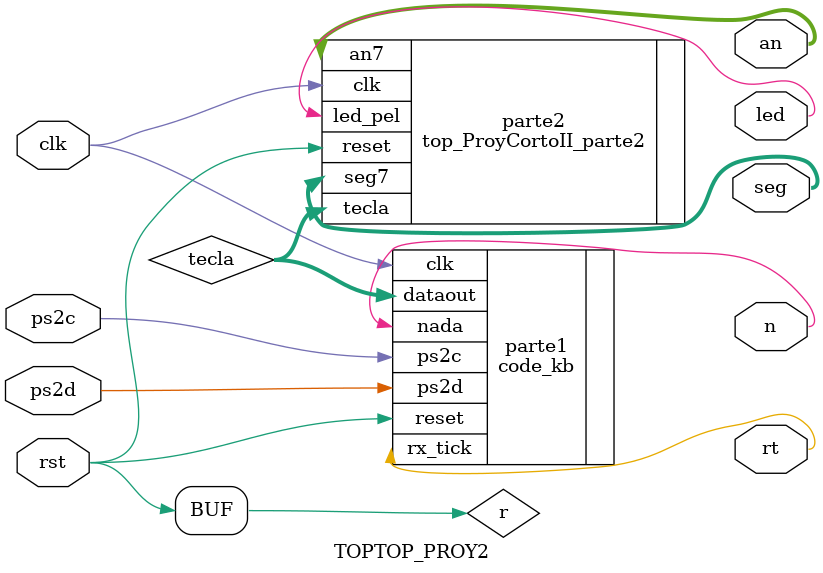
<source format=v>
`timescale 1ns / 1ps
module TOPTOP_PROY2(
	input wire clk, rst, ps2d, ps2c,
	output wire [7:0] seg,
	output wire [3:0] an,
	output wire led, n, rt
    );

wire [7:0] tecla;
wire nfrec, r;

assign r = rst;

top_ProyCortoII_parte2 parte2 (
    .tecla(tecla), 
    .clk(clk),
	 .reset(r),
    .seg7(seg), 
    .an7(an), 
    .led_pel(led)
    );
	 
code_kb parte1 (
    .clk(clk), 
    .reset(r), 
    .ps2d(ps2d), 
    .ps2c(ps2c), 
    .dataout(tecla), 
    .nada(n), 
    .rx_tick(rt)
    );
	 
/*div_frec div_clk (
    .clk(clk), 	//--
    .reset(r), //--
    .s_clk(nfrec)	//--
    );*/

endmodule

</source>
